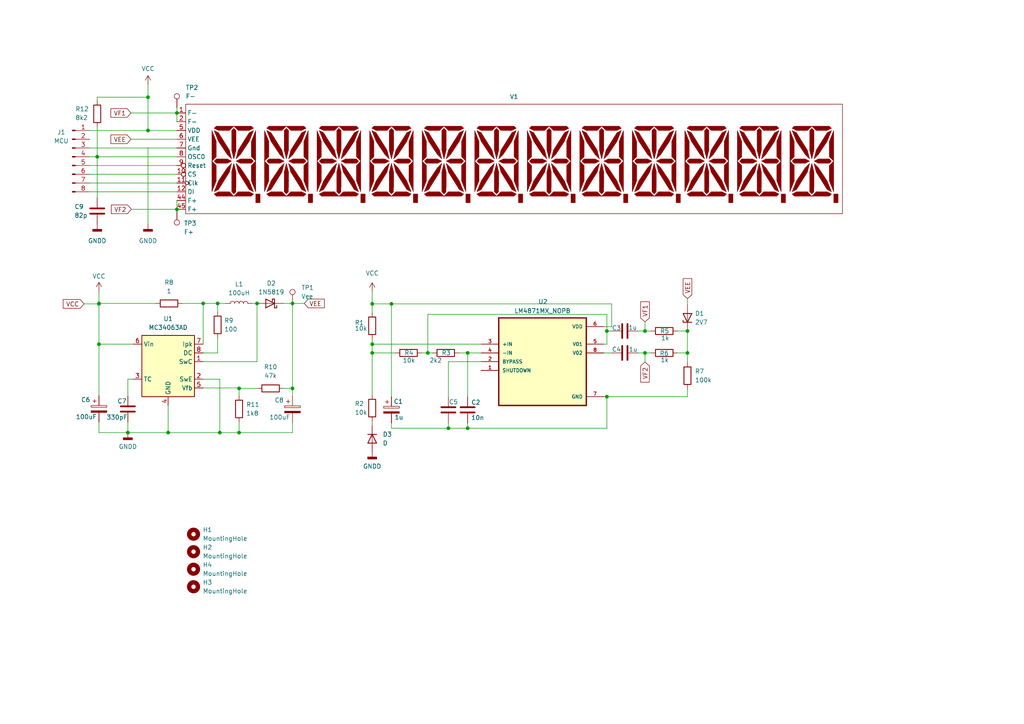
<source format=kicad_sch>
(kicad_sch (version 20231120) (generator "eeschema") (generator_version "8.0")
  (paper "A4")
  (title_block (title "VFD driver board HCS-12SS59T") (date "2024-07-17") (rev "1.1.1") (company "© rlnd"))
  (lib_symbols
    (symbol "Connector:Conn_01x08_Pin" (pin_names (offset 1.016) hide)
      (property "Reference" "J" (at 0 10.16 0))
      (property "Value" "Conn_01x08_Pin" (at 0 -12.7 0))
      (symbol "Conn_01x08_Pin_1_1"
        (pin passive line (at 5.08 7.62 180) (length 3.81) (name "Pin_1") (number "1"))
        (pin passive line (at 5.08 5.08 180) (length 3.81) (name "Pin_2") (number "2"))
        (pin passive line (at 5.08 2.54 180) (length 3.81) (name "Pin_3") (number "3"))
        (pin passive line (at 5.08 0 180) (length 3.81) (name "Pin_4") (number "4"))
        (pin passive line (at 5.08 -2.54 180) (length 3.81) (name "Pin_5") (number "5"))
        (pin passive line (at 5.08 -5.08 180) (length 3.81) (name "Pin_6") (number "6"))
        (pin passive line (at 5.08 -7.62 180) (length 3.81) (name "Pin_7") (number "7"))
        (pin passive line (at 5.08 -10.16 180) (length 3.81) (name "Pin_8") (number "8"))
      )
    )
    (symbol "Connector:TestPoint" (pin_numbers hide) (pin_names (offset 0.762) hide)
      (property "Reference" "TP" (at 0 6.858 0))
      (property "Value" "TestPoint" (at 0 5.08 0))
      (symbol "TestPoint_1_1"
        (pin passive line (at 0 0 90) (length 2.54) (name "1") (number "1"))
      )
    )
    (symbol "Device:C" (pin_numbers hide) (pin_names (offset 0.254))
      (property "Reference" "C" (at 0.635 2.54 0))
      (property "Value" "C" (at 0.635 -2.54 0))
      (symbol "C_1_1"
        (pin passive line (at 0 3.81 270) (length 2.794) (name "~") (number "1"))
        (pin passive line (at 0 -3.81 90) (length 2.794) (name "~") (number "2"))
      )
    )
    (symbol "Device:C_Polarized" (pin_numbers hide) (pin_names (offset 0.254))
      (property "Reference" "C" (at 0.635 2.54 0))
      (property "Value" "C_Polarized" (at 0.635 -2.54 0))
      (symbol "C_Polarized_1_1"
        (pin passive line (at 0 3.81 270) (length 2.794) (name "~") (number "1"))
        (pin passive line (at 0 -3.81 90) (length 2.794) (name "~") (number "2"))
      )
    )
    (symbol "Device:D" (pin_numbers hide) (pin_names (offset 1.016) hide)
      (property "Reference" "D" (at 0 2.54 0))
      (property "Value" "D" (at 0 -2.54 0))
      (symbol "D_1_1"
        (pin passive line (at -3.81 0 0) (length 2.54) (name "K") (number "1"))
        (pin passive line (at 3.81 0 180) (length 2.54) (name "A") (number "2"))
      )
    )
    (symbol "Device:D_Zener" (pin_numbers hide) (pin_names (offset 1.016) hide)
      (property "Reference" "D" (at 0 2.54 0))
      (property "Value" "D_Zener" (at 0 -2.54 0))
      (symbol "D_Zener_1_1"
        (pin passive line (at -3.81 0 0) (length 2.54) (name "K") (number "1"))
        (pin passive line (at 3.81 0 180) (length 2.54) (name "A") (number "2"))
      )
    )
    (symbol "Device:L" (pin_numbers hide) (pin_names (offset 1.016) hide)
      (property "Reference" "L" (at -1.27 0 90))
      (property "Value" "L" (at 1.905 0 90))
      (symbol "L_1_1"
        (pin passive line (at 0 3.81 270) (length 1.27) (name "1") (number "1"))
        (pin passive line (at 0 -3.81 90) (length 1.27) (name "2") (number "2"))
      )
    )
    (symbol "Device:R" (pin_numbers hide) (pin_names (offset 0))
      (property "Reference" "R" (at 2.032 0 90))
      (property "Value" "R" (at 0 0 90))
      (symbol "R_1_1"
        (pin passive line (at 0 3.81 270) (length 1.27) (name "~") (number "1"))
        (pin passive line (at 0 -3.81 90) (length 1.27) (name "~") (number "2"))
      )
    )
    (symbol "Diode:1N5819" (pin_numbers hide) (pin_names (offset 1.016) hide)
      (property "Reference" "D" (at 0 2.54 0))
      (property "Value" "1N5819" (at 0 -2.54 0))
      (symbol "1N5819_1_1"
        (pin passive line (at -3.81 0 0) (length 2.54) (name "K") (number "1"))
        (pin passive line (at 3.81 0 180) (length 2.54) (name "A") (number "2"))
      )
    )
    (symbol "Mechanical:MountingHole" (pin_names (offset 1.016))
      (property "Reference" "H" (at 0 5.08 0))
      (property "Value" "MountingHole" (at 0 3.175 0))
    )
    (symbol "MyLib:LM4871MX_NOPB" (pin_names (offset 1.016))
      (property "Reference" "U" (at -12.7 13.7 0))
      (property "Value" "LM4871MX_NOPB" (at -12.7 -16.7 0))
      (symbol "LM4871MX_NOPB_0_0"
        (pin input line (at -17.78 -2.54 0) (length 5.08) (name "SHUTDOWN") (number "1"))
        (pin input line (at -17.78 0 0) (length 5.08) (name "BYPASS") (number "2"))
        (pin input line (at -17.78 5.08 0) (length 5.08) (name "+IN") (number "3"))
        (pin input line (at -17.78 2.54 0) (length 5.08) (name "-IN") (number "4"))
        (pin output line (at 17.78 5.08 180) (length 5.08) (name "V01") (number "5"))
        (pin power_in line (at 17.78 10.16 180) (length 5.08) (name "VDD") (number "6"))
        (pin power_in line (at 17.78 -10.16 180) (length 5.08) (name "GND") (number "7"))
        (pin output line (at 17.78 2.54 180) (length 5.08) (name "V02") (number "8"))
      )
    )
    (symbol "MyLib:VFD__HCS_12SS59T"
      (property "Reference" "V" (at 3.81 0 0))
      (symbol "VFD__HCS_12SS59T_1_1"
        (pin power_in line (at -39.37 13.97 0) (length 2.54) (name "F-") (number "1"))
        (pin passive inverted (at -39.37 -3.81 0) (length 2.54) (name "CS") (number "10"))
        (pin passive clock (at -39.37 -6.35 0) (length 2.54) (name "Clk") (number "11"))
        (pin passive line (at -39.37 -8.89 0) (length 2.54) (name "DI") (number "12"))
        (pin passive line (at -39.37 11.43 0) (length 2.54) (name "F-") (number "2"))
        (pin passive line (at -39.37 -11.43 0) (length 2.54) (name "F+") (number "44"))
        (pin passive line (at -39.37 -13.97 0) (length 2.54) (name "F+") (number "45"))
        (pin passive line (at -39.37 8.89 0) (length 2.54) (name "VDD") (number "5"))
        (pin passive line (at -39.37 6.35 0) (length 2.54) (name "VEE") (number "6"))
        (pin passive line (at -39.37 3.81 0) (length 2.54) (name "Gnd") (number "7"))
        (pin passive line (at -39.37 1.27 0) (length 2.54) (name "OSC0") (number "8"))
        (pin passive inverted (at -39.37 -1.27 0) (length 2.54) (name "Reset") (number "9"))
      )
    )
    (symbol "Regulator_Switching:MC34063AD"
      (property "Reference" "U" (at -7.62 8.89 0))
      (property "Value" "MC34063AD" (at 0 8.89 0))
      (symbol "MC34063AD_1_1"
        (pin open_collector line (at 10.16 0 180) (length 2.54) (name "SwC") (number "1"))
        (pin open_emitter line (at 10.16 -5.08 180) (length 2.54) (name "SwE") (number "2"))
        (pin passive line (at -10.16 -5.08 0) (length 2.54) (name "TC") (number "3"))
        (pin power_in line (at 0 -12.7 90) (length 2.54) (name "GND") (number "4"))
        (pin input line (at 10.16 -7.62 180) (length 2.54) (name "Vfb") (number "5"))
        (pin power_in line (at -10.16 5.08 0) (length 2.54) (name "Vin") (number "6"))
        (pin input line (at 10.16 5.08 180) (length 2.54) (name "Ipk") (number "7"))
        (pin open_collector line (at 10.16 2.54 180) (length 2.54) (name "DC") (number "8"))
      )
    )
    (symbol "power:GNDD" (power) (pin_names (offset 0))
      (property "Value" "GNDD" (at 0 -3.175 0))
      (symbol "GNDD_1_1"
        (pin power_in line (at 0 0 270) (length 0) hide (name "GNDD") (number "1"))
      )
    )
    (symbol "power:VCC" (power) (pin_names (offset 0))
      (property "Value" "VCC" (at 0 3.81 0))
      (symbol "VCC_1_1"
        (pin power_in line (at 0 0 90) (length 0) hide (name "VCC") (number "1"))
      )
    )
  )
  (junction (at 107.95 102.362))
  (junction (at 28.702 88.138))
  (junction (at 107.95 99.822))
  (junction (at 69.342 112.649))
  (junction (at 187.071 96.012))
  (junction (at 84.836 88.011))
  (junction (at 51.308 32.766))
  (junction (at 48.768 125.476))
  (junction (at 28.194 45.466))
  (junction (at 176.022 115.062))
  (junction (at 28.702 99.822))
  (junction (at 69.342 125.476))
  (junction (at 42.926 37.846))
  (junction (at 135.636 124.206))
  (junction (at 113.538 88.138))
  (junction (at 107.95 88.138))
  (junction (at 58.928 88.011))
  (junction (at 28.702 88.011))
  (junction (at 199.39 96.012))
  (junction (at 135.636 102.362))
  (junction (at 130.048 124.206))
  (junction (at 37.084 125.476))
  (junction (at 51.308 60.706))
  (junction (at 42.926 28.194))
  (junction (at 63.754 125.476))
  (junction (at 199.39 102.362))
  (junction (at 84.836 112.649))
  (junction (at 176.022 96.012))
  (junction (at 187.071 102.362))
  (junction (at 63.119 88.011))
  (junction (at 74.549 88.011))
  (junction (at 124.079 102.362))
  (wire (pts (xy 26.035 50.546) (xy 51.308 50.546)))
  (wire (pts (xy 37.084 125.476) (xy 48.768 125.476)))
  (wire (pts (xy 84.836 112.649) (xy 84.836 88.011)))
  (wire (pts (xy 42.926 37.846) (xy 42.926 28.194)))
  (wire (pts (xy 84.836 114.935) (xy 84.836 112.649)))
  (wire (pts (xy 113.538 88.138) (xy 113.538 115.062)))
  (wire (pts (xy 88.265 88.011) (xy 84.836 88.011)))
  (wire (pts (xy 37.973 40.386) (xy 51.308 40.386)))
  (wire (pts (xy 176.022 115.062) (xy 199.39 115.062)))
  (wire (pts (xy 107.95 99.822) (xy 107.95 102.362)))
  (wire (pts (xy 188.849 96.012) (xy 187.071 96.012)))
  (wire (pts (xy 177.419 94.742) (xy 177.419 88.138)))
  (wire (pts (xy 42.926 28.194) (xy 42.926 24.511)))
  (wire (pts (xy 26.035 45.466) (xy 28.194 45.466)))
  (wire (pts (xy 135.636 115.062) (xy 135.636 102.362)))
  (wire (pts (xy 107.95 99.822) (xy 139.573 99.822)))
  (wire (pts (xy 38.1 60.706) (xy 51.308 60.706)))
  (wire (pts (xy 74.549 88.011) (xy 73.152 88.011)))
  (wire (pts (xy 58.928 112.522) (xy 69.342 112.522)))
  (wire (pts (xy 58.928 88.011) (xy 52.832 88.011)))
  (wire (pts (xy 199.39 86.614) (xy 199.39 88.392)))
  (wire (pts (xy 176.022 96.012) (xy 176.022 99.822)))
  (wire (pts (xy 187.071 96.012) (xy 185.039 96.012)))
  (wire (pts (xy 107.95 102.362) (xy 114.681 102.362)))
  (wire (pts (xy 42.926 42.799) (xy 42.926 65.024)))
  (wire (pts (xy 130.048 122.682) (xy 130.048 124.206)))
  (wire (pts (xy 113.538 88.138) (xy 177.419 88.138)))
  (wire (pts (xy 63.119 88.011) (xy 63.119 90.424)))
  (wire (pts (xy 69.342 114.808) (xy 69.342 112.649)))
  (wire (pts (xy 74.549 104.902) (xy 74.549 88.011)))
  (wire (pts (xy 199.39 105.156) (xy 199.39 102.362)))
  (wire (pts (xy 130.048 124.206) (xy 113.538 124.206)))
  (wire (pts (xy 175.133 102.362) (xy 177.419 102.362)))
  (wire (pts (xy 130.048 104.902) (xy 139.573 104.902)))
  (wire (pts (xy 84.836 88.011) (xy 82.169 88.011)))
  (wire (pts (xy 122.301 102.362) (xy 124.079 102.362)))
  (wire (pts (xy 28.702 84.455) (xy 28.702 88.011)))
  (wire (pts (xy 187.071 102.362) (xy 185.039 102.362)))
  (wire (pts (xy 26.035 48.006) (xy 51.308 48.006)))
  (wire (pts (xy 133.096 102.362) (xy 135.636 102.362)))
  (wire (pts (xy 28.702 99.822) (xy 38.608 99.822)))
  (wire (pts (xy 135.636 124.206) (xy 130.048 124.206)))
  (wire (pts (xy 37.084 109.982) (xy 38.608 109.982)))
  (wire (pts (xy 63.119 98.044) (xy 63.119 102.362)))
  (wire (pts (xy 199.39 102.362) (xy 199.39 96.012)))
  (wire (pts (xy 82.296 112.649) (xy 84.836 112.649)))
  (wire (pts (xy 28.702 88.138) (xy 28.702 99.822)))
  (wire (pts (xy 28.194 29.21) (xy 28.194 28.194)))
  (wire (pts (xy 199.39 115.062) (xy 199.39 112.776)))
  (wire (pts (xy 51.308 32.766) (xy 51.308 35.306)))
  (wire (pts (xy 175.133 94.742) (xy 177.419 94.742)))
  (wire (pts (xy 28.194 36.83) (xy 28.194 45.466)))
  (wire (pts (xy 176.022 96.012) (xy 177.419 96.012)))
  (wire (pts (xy 24.384 88.138) (xy 28.702 88.138)))
  (wire (pts (xy 187.071 102.362) (xy 187.071 105.029)))
  (wire (pts (xy 58.928 99.822) (xy 58.928 88.011)))
  (wire (pts (xy 176.022 124.206) (xy 176.022 115.062)))
  (wire (pts (xy 28.702 122.428) (xy 28.702 125.476)))
  (wire (pts (xy 196.469 102.362) (xy 199.39 102.362)))
  (wire (pts (xy 58.928 109.982) (xy 63.754 109.982)))
  (wire (pts (xy 51.308 61.214) (xy 51.308 60.706)))
  (wire (pts (xy 63.119 88.011) (xy 65.532 88.011)))
  (wire (pts (xy 26.035 55.626) (xy 51.308 55.626)))
  (wire (pts (xy 58.928 88.011) (xy 63.119 88.011)))
  (wire (pts (xy 196.469 96.012) (xy 199.39 96.012)))
  (wire (pts (xy 48.768 125.476) (xy 63.754 125.476)))
  (wire (pts (xy 187.071 93.345) (xy 187.071 96.012)))
  (wire (pts (xy 28.194 28.194) (xy 42.926 28.194)))
  (wire (pts (xy 26.035 53.086) (xy 51.308 53.086)))
  (wire (pts (xy 124.079 102.362) (xy 125.476 102.362)))
  (wire (pts (xy 107.95 88.138) (xy 113.538 88.138)))
  (wire (pts (xy 42.926 37.846) (xy 51.308 37.846)))
  (wire (pts (xy 69.342 112.522) (xy 69.342 112.649)))
  (wire (pts (xy 51.308 58.166) (xy 51.308 60.706)))
  (wire (pts (xy 63.119 102.362) (xy 58.928 102.362)))
  (wire (pts (xy 135.636 102.362) (xy 139.573 102.362)))
  (wire (pts (xy 107.95 102.362) (xy 107.95 114.554)))
  (wire (pts (xy 84.836 125.476) (xy 84.836 122.555)))
  (wire (pts (xy 135.636 124.206) (xy 176.022 124.206)))
  (wire (pts (xy 135.636 124.206) (xy 135.636 122.682)))
  (wire (pts (xy 107.95 88.138) (xy 107.95 90.678)))
  (wire (pts (xy 28.194 45.466) (xy 51.308 45.466)))
  (wire (pts (xy 188.849 102.362) (xy 187.071 102.362)))
  (wire (pts (xy 28.702 125.476) (xy 37.084 125.476)))
  (wire (pts (xy 63.754 109.982) (xy 63.754 125.476)))
  (wire (pts (xy 124.079 91.186) (xy 176.022 91.186)))
  (wire (pts (xy 51.308 31.242) (xy 51.308 32.766)))
  (wire (pts (xy 107.95 84.582) (xy 107.95 88.138)))
  (wire (pts (xy 26.035 37.846) (xy 42.926 37.846)))
  (wire (pts (xy 28.702 88.011) (xy 45.212 88.011)))
  (wire (pts (xy 28.702 88.011) (xy 28.702 88.138)))
  (wire (pts (xy 175.133 115.062) (xy 176.022 115.062)))
  (wire (pts (xy 175.133 99.822) (xy 176.022 99.822)))
  (wire (pts (xy 69.342 122.428) (xy 69.342 125.476)))
  (wire (pts (xy 28.194 45.466) (xy 28.194 57.404)))
  (wire (pts (xy 48.768 125.476) (xy 48.768 117.602)))
  (wire (pts (xy 26.035 42.926) (xy 51.308 42.926)))
  (wire (pts (xy 58.928 104.902) (xy 74.549 104.902)))
  (wire (pts (xy 176.022 91.186) (xy 176.022 96.012)))
  (wire (pts (xy 113.538 124.206) (xy 113.538 122.682)))
  (wire (pts (xy 69.342 112.649) (xy 74.676 112.649)))
  (wire (pts (xy 37.973 32.766) (xy 51.308 32.766)))
  (wire (pts (xy 37.084 114.808) (xy 37.084 109.982)))
  (wire (pts (xy 69.342 125.476) (xy 84.836 125.476)))
  (wire (pts (xy 139.446 107.442) (xy 139.573 107.442)))
  (wire (pts (xy 28.702 99.822) (xy 28.702 114.808)))
  (wire (pts (xy 107.95 122.174) (xy 107.95 123.444)))
  (wire (pts (xy 130.048 115.062) (xy 130.048 104.902)))
  (wire (pts (xy 124.079 102.362) (xy 124.079 91.186)))
  (wire (pts (xy 69.342 125.476) (xy 63.754 125.476)))
  (wire (pts (xy 107.95 98.298) (xy 107.95 99.822)))
  (wire (pts (xy 37.084 122.428) (xy 37.084 125.476)))
  (global_label "VEE" (shape input) (at 199.39 86.614 90) (property "Intersheetrefs" "${INTERSHEET_REFS}" (effects (hide yes))))
  (global_label "VF1" (shape input) (at 37.973 32.766 180) (property "Intersheetrefs" "${INTERSHEET_REFS}" (effects (hide yes))))
  (global_label "VF1" (shape input) (at 187.071 93.345 90) (property "Intersheetrefs" "${INTERSHEET_REFS}" (effects (hide yes))))
  (global_label "VF2" (shape input) (at 187.071 105.029 270) (property "Intersheetrefs" "${INTERSHEET_REFS}" (effects (hide yes))))
  (global_label "VF2" (shape input) (at 38.1 60.706 180) (property "Intersheetrefs" "${INTERSHEET_REFS}" (effects (hide yes))))
  (global_label "VCC" (shape input) (at 24.384 88.138 180) (property "Intersheetrefs" "${INTERSHEET_REFS}" (effects (hide yes))))
  (global_label "VEE" (shape input) (at 88.265 88.011 0) (property "Intersheetrefs" "${INTERSHEET_REFS}" (effects (hide yes))))
  (global_label "VEE" (shape input) (at 37.973 40.386 180) (property "Intersheetrefs" "${INTERSHEET_REFS}" (effects (hide yes))))
  (symbol (lib_id "Device:R") (at 69.342 118.618 0) (unit 1)
    (property "Reference" "R11" (at 71.374 117.348 0) (effects (justify left)))
    (property "Value" "1k8" (at 71.374 119.888 0) (effects (justify left)))
    (property "Footprint" "Resistor_SMD:R_1206_3216Metric_Pad1.30x1.75mm_HandSolder" (effects (hide yes)))
  )
  (symbol (lib_id "Device:R") (at 192.659 96.012 90) (unit 1)
    (property "Reference" "R5" (at 192.786 96.012 90))
    (property "Value" "1k" (at 192.913 98.044 90))
    (property "Footprint" "Resistor_SMD:R_1206_3216Metric_Pad1.30x1.75mm_HandSolder" (effects (hide yes)))
  )
  (symbol (lib_id "power:GNDD") (at 28.194 65.024 0) (unit 1)
    (property "Reference" "#PWR07" (effects (hide yes)))
    (property "Value" "GNDD" (at 28.194 69.85 0))
  )
  (symbol (lib_id "Device:R") (at 49.022 88.011 90) (unit 1)
    (property "Reference" "R8" (at 49.022 81.915 90))
    (property "Value" "1" (at 49.022 84.455 90))
    (property "Footprint" "Resistor_SMD:R_1206_3216Metric_Pad1.30x1.75mm_HandSolder" (effects (hide yes)))
  )
  (symbol (lib_id "MyLib:VFD__HCS_12SS59T") (at 90.678 46.736 0) (unit 1)
    (property "Reference" "V1" (at 149.098 28.067 0))
    (property "Value" "~" (at 94.488 46.736 0))
    (property "Footprint" "MyLib:VFD HCS-12SS59T" (effects (hide yes)))
  )
  (symbol (lib_id "Device:R") (at 107.95 94.488 0) (unit 1)
    (property "Reference" "R1" (at 102.87 93.599 0) (effects (justify left)))
    (property "Value" "10k" (at 102.87 95.25 0) (effects (justify left)))
    (property "Footprint" "Resistor_SMD:R_1206_3216Metric_Pad1.30x1.75mm_HandSolder" (effects (hide yes)))
  )
  (symbol (lib_id "Connector:TestPoint") (at 51.308 61.214 180) (unit 1)
    (property "Reference" "TP3" (at 53.34 64.77 0) (effects (justify right)))
    (property "Value" "F+" (at 53.34 67.31 0) (effects (justify right)))
    (property "Footprint" "TestPoint:TestPoint_Pad_D2.5mm" (effects (hide yes)))
    (property "Description" "test point" (effects (hide yes)))
  )
  (symbol (lib_id "Device:D_Zener") (at 199.39 92.202 90) (unit 1)
    (property "Reference" "D1" (at 201.549 90.932 90) (effects (justify right)))
    (property "Value" "2V7" (at 201.549 93.472 90) (effects (justify right)))
    (property "Footprint" "Diode_SMD:D_2010_5025Metric_Pad1.52x2.65mm_HandSolder" (effects (hide yes)))
  )
  (symbol (lib_id "power:GNDD") (at 107.95 131.064 0) (unit 1)
    (property "Reference" "#PWR01" (effects (hide yes)))
    (property "Value" "GNDD" (at 107.95 135.255 0))
  )
  (symbol (lib_id "Device:R") (at 107.95 118.364 0) (unit 1)
    (property "Reference" "R2" (at 102.87 117.094 0) (effects (justify left)))
    (property "Value" "10k" (at 102.87 119.634 0) (effects (justify left)))
    (property "Footprint" "Resistor_SMD:R_1206_3216Metric_Pad1.30x1.75mm_HandSolder" (effects (hide yes)))
  )
  (symbol (lib_id "power:VCC") (at 107.95 84.582 0) (unit 1)
    (property "Reference" "#PWR02" (effects (hide yes)))
    (property "Value" "VCC" (at 107.95 79.248 0))
  )
  (symbol (lib_id "Connector:Conn_01x08_Pin") (at 20.955 45.466 0) (unit 1)
    (property "Reference" "J1" (at 17.78 38.354 0))
    (property "Value" "MCU" (at 17.78 40.894 0))
    (property "Footprint" "Connector_PinSocket_2.54mm:PinSocket_1x08_P2.54mm_Vertical" (effects (hide yes)))
  )
  (symbol (lib_id "Device:R") (at 78.486 112.649 90) (unit 1)
    (property "Reference" "R10" (at 78.486 106.426 90))
    (property "Value" "47k" (at 78.486 108.966 90))
    (property "Footprint" "Resistor_SMD:R_1206_3216Metric_Pad1.30x1.75mm_HandSolder" (effects (hide yes)))
  )
  (symbol (lib_id "Mechanical:MountingHole") (at 56.134 160.02 0) (unit 1)
    (property "Reference" "H2" (at 58.801 158.75 0) (effects (justify left)))
    (property "Value" "MountingHole" (at 58.801 161.29 0) (effects (justify left)))
    (property "Footprint" "MountingHole:MountingHole_3.2mm_M3_ISO14580_Pad_TopBottom" (effects (hide yes)))
  )
  (symbol (lib_id "Device:R") (at 28.194 33.02 180) (unit 1)
    (property "Reference" "R12" (at 21.844 31.623 0) (effects (justify right)))
    (property "Value" "8k2" (at 21.844 34.163 0) (effects (justify right)))
    (property "Footprint" "Resistor_SMD:R_1206_3216Metric_Pad1.30x1.75mm_HandSolder" (effects (hide yes)))
    (property "Description" "Resistor" (effects (hide yes)))
  )
  (symbol (lib_id "Device:R") (at 118.491 102.362 90) (unit 1)
    (property "Reference" "R4" (at 118.618 102.362 90))
    (property "Value" "10k" (at 118.618 104.521 90))
    (property "Footprint" "Resistor_SMD:R_1206_3216Metric_Pad1.30x1.75mm_HandSolder" (effects (hide yes)))
  )
  (symbol (lib_id "power:VCC") (at 42.926 24.511 0) (unit 1)
    (property "Reference" "#PWR05" (effects (hide yes)))
    (property "Value" "VCC" (at 42.926 19.939 0))
  )
  (symbol (lib_id "Device:C_Polarized") (at 28.702 118.618 0) (unit 1)
    (property "Reference" "C6" (at 23.495 115.951 0) (effects (justify left)))
    (property "Value" "100uF" (at 21.971 120.904 0) (effects (justify left)))
    (property "Footprint" "Capacitor_Tantalum_SMD:CP_EIA-7343-31_Kemet-D_Pad2.25x2.55mm_HandSolder" (effects (hide yes)))
  )
  (symbol (lib_id "Mechanical:MountingHole") (at 56.134 165.1 0) (unit 1)
    (property "Reference" "H4" (at 58.801 163.83 0) (effects (justify left)))
    (property "Value" "MountingHole" (at 58.801 166.37 0) (effects (justify left)))
    (property "Footprint" "MountingHole:MountingHole_3.2mm_M3_ISO14580_Pad_TopBottom" (effects (hide yes)))
  )
  (symbol (lib_id "Diode:1N5819") (at 78.359 88.011 180) (unit 1)
    (property "Reference" "D2" (at 78.6765 82.169 0))
    (property "Value" "1N5819" (at 78.6765 84.709 0))
    (property "Footprint" "Diode_SMD:D_SOD-123" (effects (hide yes)))
    (property "Datasheet" "http://www.vishay.com/docs/88525/1n5817.pdf" (effects (hide yes)))
  )
  (symbol (lib_id "Mechanical:MountingHole") (at 56.134 170.18 0) (unit 1)
    (property "Reference" "H3" (at 58.801 168.91 0) (effects (justify left)))
    (property "Value" "MountingHole" (at 58.801 171.45 0) (effects (justify left)))
    (property "Footprint" "MountingHole:MountingHole_3.2mm_M3_ISO14580_Pad_TopBottom" (effects (hide yes)))
  )
  (symbol (lib_id "Device:D") (at 107.95 127.254 270) (unit 1)
    (property "Reference" "D3" (at 110.998 125.9839 90) (effects (justify left)))
    (property "Value" "D" (at 110.998 128.5239 90) (effects (justify left)))
    (property "Footprint" "Diode_SMD:D_2010_5025Metric_Pad1.52x2.65mm_HandSolder" (effects (hide yes)))
    (property "Description" "Diode" (effects (hide yes)))
    (property "Sim.Device" "D" (effects (hide yes)))
    (property "Sim.Pins" "1=K 2=A" (effects (hide yes)))
  )
  (symbol (lib_id "Device:R") (at 192.659 102.362 90) (unit 1)
    (property "Reference" "R6" (at 192.659 102.489 90))
    (property "Value" "1k" (at 192.786 104.394 90))
    (property "Footprint" "Resistor_SMD:R_1206_3216Metric_Pad1.30x1.75mm_HandSolder" (effects (hide yes)))
  )
  (symbol (lib_id "Device:R") (at 129.286 102.362 90) (unit 1)
    (property "Reference" "R3" (at 129.413 102.362 90))
    (property "Value" "2k2" (at 126.365 104.521 90))
    (property "Footprint" "Resistor_SMD:R_1206_3216Metric_Pad1.30x1.75mm_HandSolder" (effects (hide yes)))
  )
  (symbol (lib_id "Device:C") (at 135.636 118.872 0) (unit 1)
    (property "Reference" "C2" (at 136.652 116.713 0) (effects (justify left)))
    (property "Value" "10n" (at 136.652 121.158 0) (effects (justify left)))
    (property "Footprint" "Capacitor_SMD:C_1206_3216Metric_Pad1.33x1.80mm_HandSolder" (effects (hide yes)))
  )
  (symbol (lib_id "Device:R") (at 199.39 108.966 0) (unit 1)
    (property "Reference" "R7" (at 201.549 107.696 0) (effects (justify left)))
    (property "Value" "100k" (at 201.549 110.236 0) (effects (justify left)))
    (property "Footprint" "Resistor_SMD:R_1206_3216Metric_Pad1.30x1.75mm_HandSolder" (effects (hide yes)))
  )
  (symbol (lib_id "power:VCC") (at 28.702 84.455 0) (unit 1)
    (property "Reference" "#PWR03" (effects (hide yes)))
    (property "Value" "VCC" (at 28.702 80.137 0))
  )
  (symbol (lib_id "Device:C") (at 28.194 61.214 180) (unit 1)
    (property "Reference" "C9" (at 21.59 59.944 0) (effects (justify right)))
    (property "Value" "82p" (at 21.59 62.484 0) (effects (justify right)))
    (property "Footprint" "Capacitor_SMD:C_1206_3216Metric_Pad1.33x1.80mm_HandSolder" (effects (hide yes)))
    (property "Description" "Unpolarized capacitor" (effects (hide yes)))
  )
  (symbol (lib_id "Device:C_Polarized") (at 84.836 118.745 0) (unit 1)
    (property "Reference" "C8" (at 79.629 116.078 0) (effects (justify left)))
    (property "Value" "100uF" (at 78.105 121.031 0) (effects (justify left)))
    (property "Footprint" "Capacitor_Tantalum_SMD:CP_EIA-7343-31_Kemet-D_Pad2.25x2.55mm_HandSolder" (effects (hide yes)))
  )
  (symbol (lib_id "Device:C") (at 181.229 102.362 90) (unit 1)
    (property "Reference" "C4" (at 178.816 101.346 90))
    (property "Value" "1u" (at 183.642 101.346 90))
    (property "Footprint" "Capacitor_SMD:C_2220_5750Metric_Pad1.97x5.40mm_HandSolder" (effects (hide yes)))
  )
  (symbol (lib_id "Device:C") (at 130.048 118.872 0) (unit 1)
    (property "Reference" "C5" (at 130.175 116.586 0) (effects (justify left)))
    (property "Value" "1u" (effects (hide yes)))
    (property "Footprint" "Capacitor_SMD:C_2220_5750Metric_Pad1.97x5.40mm_HandSolder" (effects (hide yes)))
  )
  (symbol (lib_id "Device:L") (at 69.342 88.011 90) (unit 1)
    (property "Reference" "L1" (at 69.342 82.423 90))
    (property "Value" "100uH" (at 69.342 84.963 90))
    (property "Footprint" "MyLib:IND_TAIYO_NRS8040_TAY" (effects (hide yes)))
  )
  (symbol (lib_id "Connector:TestPoint") (at 84.836 88.011 0) (unit 1)
    (property "Reference" "TP1" (at 87.376 83.4389 0) (effects (justify left)))
    (property "Value" "Vee" (at 87.376 85.9789 0) (effects (justify left)))
    (property "Footprint" "TestPoint:TestPoint_Pad_D2.5mm" (effects (hide yes)))
    (property "Description" "test point" (effects (hide yes)))
  )
  (symbol (lib_id "Device:C") (at 181.229 96.012 90) (unit 1)
    (property "Reference" "C3" (at 178.816 95.123 90))
    (property "Value" "1u" (at 183.515 94.996 90))
    (property "Footprint" "Capacitor_SMD:C_2220_5750Metric_Pad1.97x5.40mm_HandSolder" (effects (hide yes)))
  )
  (symbol (lib_id "Device:R") (at 63.119 94.234 180) (unit 1)
    (property "Reference" "R9" (at 65.024 92.9639 0) (effects (justify right)))
    (property "Value" "100" (at 65.024 95.5039 0) (effects (justify right)))
    (property "Footprint" "Resistor_SMD:R_1206_3216Metric_Pad1.30x1.75mm_HandSolder" (effects (hide yes)))
  )
  (symbol (lib_id "Connector:TestPoint") (at 51.308 31.242 0) (unit 1)
    (property "Reference" "TP2" (at 53.848 25.4 0) (effects (justify left)))
    (property "Value" "F-" (at 53.848 27.94 0) (effects (justify left)))
    (property "Footprint" "TestPoint:TestPoint_Pad_D2.5mm" (effects (hide yes)))
    (property "Description" "test point" (effects (hide yes)))
  )
  (symbol (lib_id "power:GNDD") (at 42.926 65.024 0) (unit 1)
    (property "Reference" "#PWR06" (effects (hide yes)))
    (property "Value" "GNDD" (at 42.926 69.85 0))
  )
  (symbol (lib_id "power:GNDD") (at 37.084 125.476 0) (unit 1)
    (property "Reference" "#PWR04" (effects (hide yes)))
    (property "Value" "GNDD" (at 37.084 129.54 0))
  )
  (symbol (lib_id "MyLib:LM4871MX_NOPB") (at 157.353 104.902 0) (unit 1)
    (property "Reference" "U2" (at 157.48 87.503 0))
    (property "Value" "LM4871MX_NOPB" (at 157.353 90.17 0))
    (property "Footprint" "MyLib:SOIC127P599X175-8N" (effects (hide yes)))
    (property "Description" "\n3-W, mono, analog input Class-AB audio amplifier\n" (effects (hide yes)))
    (property "MF" "Texas Instruments" (effects (hide yes)))
    (property "Package" "SOIC-8 Texas Instruments" (effects (hide yes)))
    (property "Price" "None" (effects (hide yes)))
    (property "MP" "LM4871MX/NOPB" (effects (hide yes)))
    (property "Availability" "In Stock" (effects (hide yes)))
  )
  (symbol (lib_id "Mechanical:MountingHole") (at 56.134 154.94 0) (unit 1)
    (property "Reference" "H1" (at 58.801 153.67 0) (effects (justify left)))
    (property "Value" "MountingHole" (at 58.801 156.21 0) (effects (justify left)))
    (property "Footprint" "MountingHole:MountingHole_3.2mm_M3_ISO14580_Pad_TopBottom" (effects (hide yes)))
  )
  (symbol (lib_id "Device:C_Polarized") (at 113.538 118.872 0) (unit 1)
    (property "Reference" "C1" (at 114.173 116.459 0) (effects (justify left)))
    (property "Value" "1u" (at 114.427 121.031 0) (effects (justify left)))
    (property "Footprint" "Capacitor_SMD:C_2220_5750Metric_Pad1.97x5.40mm_HandSolder" (effects (hide yes)))
  )
  (symbol (lib_id "Regulator_Switching:MC34063AD") (at 48.768 104.902 0) (unit 1)
    (property "Reference" "U1" (at 48.768 92.456 0))
    (property "Value" "MC34063AD" (at 48.768 94.996 0))
    (property "Footprint" "MyLib:SOIC127P599X175-8N" (effects (hide yes)))
    (property "Datasheet" "http://www.onsemi.com/pub_link/Collateral/MC34063A-D.PDF" (effects (hide yes)))
  )
  (symbol (lib_id "Device:C") (at 37.084 118.618 0) (unit 1)
    (property "Reference" "C7" (at 34.036 116.332 0) (effects (justify left)))
    (property "Value" "330pF" (at 30.861 121.031 0) (effects (justify left)))
    (property "Footprint" "Capacitor_SMD:C_1206_3216Metric_Pad1.33x1.80mm_HandSolder" (effects (hide yes)))
  )
)
</source>
